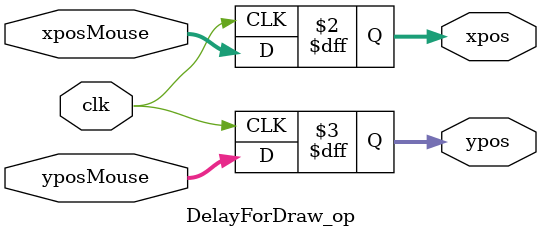
<source format=v>
`timescale 1ns / 1ps

module DelayForDraw_op(
    input wire clk,
    input wire [11:0] xposMouse,
    input wire [11:0] yposMouse,
    
    output reg [11:0] xpos,
    output reg [11:0] ypos
    );
    
always @(posedge clk) begin
    xpos <= xposMouse;
    ypos <= yposMouse;
    end
endmodule

</source>
